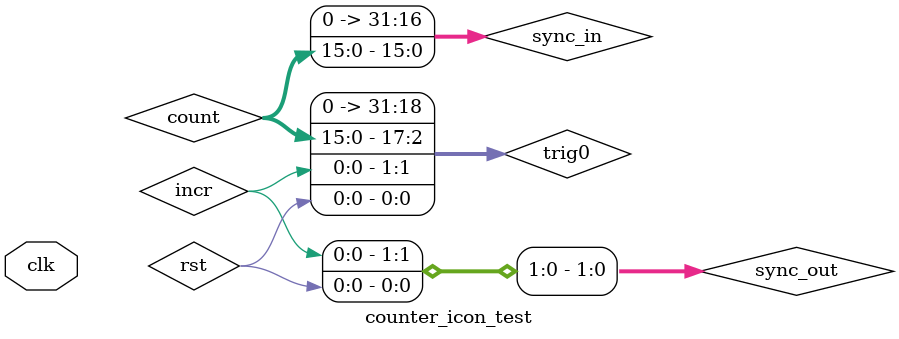
<source format=v>
`timescale 1ns / 1ps
module counter_icon_test (input clk);
	// These wires are hooked up to vio below
	wire incr, rst;
	wire [15:0] count;
	counter #(16) countone(.clk(clk), .incr(incr), .rst(rst),
	.count(count));
	
	//------------------------------------------------------------
	// ICON core wire declarations
	//------------------------------------------------------------
	wire [35:0] control0;
	wire [35:0] control1;

	//------------------------------------------------------------
	// VIO Core wire declarations
	//------------------------------------------------------------
	

	wire [31:0] sync_in;
	wire [31:0] sync_out;
	
	// Next 3 lines are explained in next section
	
	assign rst = sync_out[0];
	assign incr = sync_out[1];
	assign sync_in = {16'b0, count};
	
	//------------------------------------------------------------
	// ILA Core wire declarations
	//------------------------------------------------------------
	
	wire [31:0] trig0;
	
	// Next line is explained in next section
	
	assign trig0 = {14'b0, count, incr, rst};
	
	//------------------------------------------------------------
	// ICON core instance (from icon_xst_example.v)
	//------------------------------------------------------------
	
	icon i_icon (.CONTROL0(control0), .CONTROL1(control1));
	
	//------------------------------------------------------------
	// VIO core instance (from vio_xst_example.v)
	//------------------------------------------------------------
	
	vio i_vio (.CONTROL(control0), .CLK(clk), .SYNC_IN(sync_in),
	.SYNC_OUT(sync_out));
	
	//------------------------------------------------------------
	// ILA core instance (from ila_xst_example.v)
	//------------------------------------------------------------
	
	ila i_ila (.CONTROL(control1), .CLK(clk), .TRIG0(trig0));

endmodule

</source>
